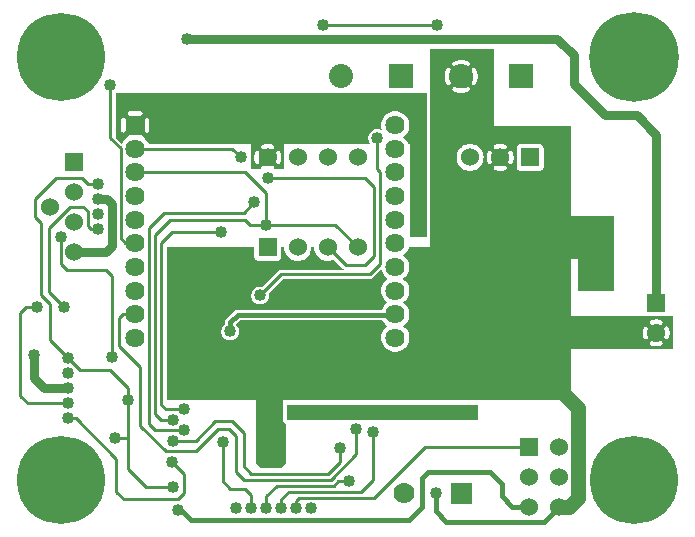
<source format=gbr>
G04 start of page 3 for group 1 idx 1 *
G04 Title: (unknown), solder *
G04 Creator: pcb 20110918 *
G04 CreationDate: Thu 28 Mar 2013 11:01:16 PM GMT UTC *
G04 For: railfan *
G04 Format: Gerber/RS-274X *
G04 PCB-Dimensions: 225000 175000 *
G04 PCB-Coordinate-Origin: lower left *
%MOIN*%
%FSLAX25Y25*%
%LNBOTTOM*%
%ADD65C,0.0370*%
%ADD64C,0.0240*%
%ADD63C,0.0530*%
%ADD62C,0.0480*%
%ADD61C,0.0380*%
%ADD60C,0.0280*%
%ADD59C,0.0320*%
%ADD58C,0.1285*%
%ADD57C,0.0200*%
%ADD56C,0.0700*%
%ADD55C,0.0400*%
%ADD54C,0.0800*%
%ADD53C,0.2987*%
%ADD52C,0.0640*%
%ADD51C,0.0600*%
%ADD50C,0.2937*%
%ADD49C,0.0500*%
%ADD48C,0.0300*%
%ADD47C,0.0150*%
%ADD46C,0.0100*%
%ADD45C,0.0001*%
G54D45*G36*
X154993Y160500D02*X161500D01*
Y128500D01*
X155585D01*
X155549Y128522D01*
X154993Y128752D01*
Y148645D01*
X155078Y148681D01*
X155179Y148743D01*
X155269Y148819D01*
X155345Y148909D01*
X155405Y149011D01*
X155622Y149480D01*
X155789Y149969D01*
X155909Y150472D01*
X155982Y150984D01*
X156006Y151500D01*
X155982Y152016D01*
X155909Y152528D01*
X155789Y153031D01*
X155622Y153520D01*
X155410Y153992D01*
X155349Y154093D01*
X155272Y154184D01*
X155182Y154261D01*
X155080Y154323D01*
X154993Y154360D01*
Y160500D01*
G37*
G36*
X150502D02*X154993D01*
Y154360D01*
X154971Y154369D01*
X154855Y154397D01*
X154737Y154406D01*
X154619Y154397D01*
X154503Y154370D01*
X154393Y154324D01*
X154292Y154262D01*
X154202Y154186D01*
X154124Y154095D01*
X154062Y153994D01*
X154016Y153885D01*
X153989Y153769D01*
X153979Y153651D01*
X153988Y153532D01*
X154016Y153417D01*
X154063Y153308D01*
X154221Y152968D01*
X154342Y152612D01*
X154430Y152247D01*
X154482Y151875D01*
X154500Y151500D01*
X154482Y151125D01*
X154430Y150753D01*
X154342Y150388D01*
X154221Y150032D01*
X154067Y149690D01*
X154020Y149582D01*
X153993Y149467D01*
X153983Y149349D01*
X153993Y149232D01*
X154021Y149117D01*
X154066Y149008D01*
X154128Y148907D01*
X154205Y148818D01*
X154295Y148741D01*
X154395Y148680D01*
X154504Y148635D01*
X154619Y148607D01*
X154737Y148598D01*
X154855Y148608D01*
X154969Y148635D01*
X154993Y148645D01*
Y128752D01*
X154895Y128793D01*
X154206Y128958D01*
X153500Y129014D01*
X152794Y128958D01*
X152105Y128793D01*
X151451Y128522D01*
X151415Y128500D01*
X150502D01*
Y145994D01*
X151016Y146018D01*
X151528Y146091D01*
X152031Y146211D01*
X152520Y146378D01*
X152992Y146590D01*
X153093Y146651D01*
X153184Y146728D01*
X153261Y146818D01*
X153323Y146920D01*
X153369Y147029D01*
X153397Y147145D01*
X153406Y147263D01*
X153397Y147381D01*
X153370Y147497D01*
X153324Y147607D01*
X153262Y147708D01*
X153186Y147798D01*
X153095Y147876D01*
X152994Y147938D01*
X152885Y147984D01*
X152769Y148011D01*
X152651Y148021D01*
X152532Y148012D01*
X152417Y147984D01*
X152308Y147937D01*
X151968Y147779D01*
X151612Y147658D01*
X151247Y147570D01*
X150875Y147518D01*
X150502Y147500D01*
Y155500D01*
X150875Y155482D01*
X151247Y155430D01*
X151612Y155342D01*
X151968Y155221D01*
X152310Y155067D01*
X152418Y155020D01*
X152533Y154993D01*
X152651Y154983D01*
X152768Y154993D01*
X152883Y155021D01*
X152992Y155066D01*
X153093Y155128D01*
X153182Y155205D01*
X153259Y155295D01*
X153320Y155395D01*
X153365Y155504D01*
X153393Y155619D01*
X153402Y155737D01*
X153392Y155855D01*
X153365Y155969D01*
X153319Y156078D01*
X153257Y156179D01*
X153181Y156269D01*
X153091Y156345D01*
X152989Y156405D01*
X152520Y156622D01*
X152031Y156789D01*
X151528Y156909D01*
X151016Y156982D01*
X150502Y157006D01*
Y160500D01*
G37*
G36*
X146007D02*X150502D01*
Y157006D01*
X150500Y157006D01*
X149984Y156982D01*
X149472Y156909D01*
X148969Y156789D01*
X148480Y156622D01*
X148008Y156410D01*
X147907Y156349D01*
X147816Y156272D01*
X147739Y156182D01*
X147677Y156080D01*
X147631Y155971D01*
X147603Y155855D01*
X147594Y155737D01*
X147603Y155619D01*
X147630Y155503D01*
X147676Y155393D01*
X147738Y155292D01*
X147814Y155202D01*
X147905Y155124D01*
X148006Y155062D01*
X148115Y155016D01*
X148231Y154989D01*
X148349Y154979D01*
X148468Y154988D01*
X148583Y155016D01*
X148692Y155063D01*
X149032Y155221D01*
X149388Y155342D01*
X149753Y155430D01*
X150125Y155482D01*
X150500Y155500D01*
X150502Y155500D01*
Y147500D01*
X150500Y147500D01*
X150125Y147518D01*
X149753Y147570D01*
X149388Y147658D01*
X149032Y147779D01*
X148690Y147933D01*
X148582Y147980D01*
X148467Y148007D01*
X148349Y148017D01*
X148232Y148007D01*
X148117Y147979D01*
X148008Y147934D01*
X147907Y147872D01*
X147818Y147795D01*
X147741Y147705D01*
X147680Y147605D01*
X147635Y147496D01*
X147607Y147381D01*
X147598Y147263D01*
X147608Y147145D01*
X147635Y147031D01*
X147681Y146922D01*
X147743Y146821D01*
X147819Y146731D01*
X147909Y146655D01*
X148011Y146595D01*
X148480Y146378D01*
X148969Y146211D01*
X149472Y146091D01*
X149984Y146018D01*
X150500Y145994D01*
X150502Y145994D01*
Y128500D01*
X146007D01*
Y148640D01*
X146029Y148631D01*
X146145Y148603D01*
X146263Y148594D01*
X146381Y148603D01*
X146497Y148630D01*
X146607Y148676D01*
X146708Y148738D01*
X146798Y148814D01*
X146876Y148905D01*
X146938Y149006D01*
X146984Y149115D01*
X147011Y149231D01*
X147021Y149349D01*
X147012Y149468D01*
X146984Y149583D01*
X146937Y149692D01*
X146779Y150032D01*
X146658Y150388D01*
X146570Y150753D01*
X146518Y151125D01*
X146500Y151500D01*
X146518Y151875D01*
X146570Y152247D01*
X146658Y152612D01*
X146779Y152968D01*
X146933Y153310D01*
X146980Y153418D01*
X147007Y153533D01*
X147017Y153651D01*
X147007Y153768D01*
X146979Y153883D01*
X146934Y153992D01*
X146872Y154093D01*
X146795Y154182D01*
X146705Y154259D01*
X146605Y154320D01*
X146496Y154365D01*
X146381Y154393D01*
X146263Y154402D01*
X146145Y154392D01*
X146031Y154365D01*
X146007Y154355D01*
Y160500D01*
G37*
G36*
X140000Y128500D02*Y160500D01*
X146007D01*
Y154355D01*
X145922Y154319D01*
X145821Y154257D01*
X145731Y154181D01*
X145655Y154091D01*
X145595Y153989D01*
X145378Y153520D01*
X145211Y153031D01*
X145091Y152528D01*
X145018Y152016D01*
X144994Y151500D01*
X145018Y150984D01*
X145091Y150472D01*
X145211Y149969D01*
X145378Y149480D01*
X145590Y149008D01*
X145651Y148907D01*
X145728Y148816D01*
X145818Y148739D01*
X145920Y148677D01*
X146007Y148640D01*
Y128500D01*
X140000D01*
G37*
G36*
X82000Y129000D02*X46300D01*
X46087Y129514D01*
X45836Y129923D01*
Y132796D01*
X45954Y132805D01*
X46068Y132833D01*
X46178Y132878D01*
X46278Y132939D01*
X46368Y133016D01*
X46445Y133106D01*
X46506Y133206D01*
X46551Y133316D01*
X46579Y133430D01*
X46586Y133548D01*
Y136948D01*
X46579Y137066D01*
X46551Y137180D01*
X46506Y137290D01*
X46445Y137390D01*
X46368Y137480D01*
X46278Y137557D01*
X46178Y137618D01*
X46068Y137663D01*
X45954Y137691D01*
X45836Y137700D01*
Y146000D01*
X82000D01*
Y129000D01*
G37*
G36*
X45836Y129923D02*X45700Y130145D01*
X45220Y130708D01*
X44657Y131188D01*
X44331Y131388D01*
X44329Y131416D01*
X44301Y131530D01*
X44256Y131640D01*
X44195Y131740D01*
X44118Y131830D01*
X44028Y131907D01*
X43928Y131968D01*
X43818Y132013D01*
X43704Y132041D01*
X43586Y132048D01*
X42401D01*
X41886Y132088D01*
Y138448D01*
X43586D01*
X43704Y138455D01*
X43818Y138483D01*
X43928Y138528D01*
X44028Y138589D01*
X44118Y138666D01*
X44195Y138756D01*
X44256Y138856D01*
X44301Y138966D01*
X44329Y139080D01*
X44338Y139198D01*
X44329Y139316D01*
X44301Y139430D01*
X44256Y139540D01*
X44195Y139640D01*
X44118Y139730D01*
X44028Y139807D01*
X43928Y139868D01*
X43818Y139913D01*
X43704Y139941D01*
X43586Y139948D01*
X41886D01*
Y146000D01*
X45836D01*
Y137700D01*
X45718Y137691D01*
X45604Y137663D01*
X45494Y137618D01*
X45394Y137557D01*
X45304Y137480D01*
X45227Y137390D01*
X45166Y137290D01*
X45121Y137180D01*
X45093Y137066D01*
X45086Y136948D01*
Y133548D01*
X45093Y133430D01*
X45121Y133316D01*
X45166Y133206D01*
X45227Y133106D01*
X45304Y133016D01*
X45394Y132939D01*
X45494Y132878D01*
X45604Y132833D01*
X45718Y132805D01*
X45836Y132796D01*
Y129923D01*
G37*
G36*
X41886Y132088D02*X41886D01*
X41371Y132048D01*
X40186D01*
X40068Y132041D01*
X39954Y132013D01*
X39844Y131968D01*
X39744Y131907D01*
X39654Y131830D01*
X39577Y131740D01*
X39516Y131640D01*
X39471Y131530D01*
X39443Y131416D01*
X39441Y131388D01*
X39115Y131188D01*
X38552Y130708D01*
X38072Y130145D01*
X37936Y129923D01*
Y132796D01*
X38054Y132805D01*
X38168Y132833D01*
X38278Y132878D01*
X38378Y132939D01*
X38468Y133016D01*
X38545Y133106D01*
X38606Y133206D01*
X38651Y133316D01*
X38679Y133430D01*
X38686Y133548D01*
Y136948D01*
X38679Y137066D01*
X38651Y137180D01*
X38606Y137290D01*
X38545Y137390D01*
X38468Y137480D01*
X38378Y137557D01*
X38278Y137618D01*
X38168Y137663D01*
X38054Y137691D01*
X37936Y137700D01*
Y146000D01*
X41886D01*
Y139948D01*
X40186D01*
X40068Y139941D01*
X39954Y139913D01*
X39844Y139868D01*
X39744Y139807D01*
X39654Y139730D01*
X39577Y139640D01*
X39516Y139540D01*
X39471Y139430D01*
X39443Y139316D01*
X39434Y139198D01*
X39443Y139080D01*
X39471Y138966D01*
X39516Y138856D01*
X39577Y138756D01*
X39654Y138666D01*
X39744Y138589D01*
X39844Y138528D01*
X39954Y138483D01*
X40068Y138455D01*
X40186Y138448D01*
X41886D01*
Y132088D01*
G37*
G36*
X37936Y129923D02*X37685Y129514D01*
X37516Y129105D01*
X35500Y131121D01*
Y146000D01*
X37936D01*
Y137700D01*
X37818Y137691D01*
X37704Y137663D01*
X37594Y137618D01*
X37494Y137557D01*
X37404Y137480D01*
X37327Y137390D01*
X37266Y137290D01*
X37221Y137180D01*
X37193Y137066D01*
X37186Y136948D01*
Y133548D01*
X37193Y133430D01*
X37221Y133316D01*
X37266Y133206D01*
X37327Y133106D01*
X37404Y133016D01*
X37494Y132939D01*
X37594Y132878D01*
X37704Y132833D01*
X37818Y132805D01*
X37936Y132796D01*
Y129923D01*
G37*
G36*
X82500Y129000D02*Y146000D01*
X110284D01*
X110500Y145983D01*
X110716Y146000D01*
X139000D01*
Y133237D01*
X138769Y133435D01*
X138366Y133681D01*
X137930Y133862D01*
X137471Y133972D01*
X137000Y134009D01*
X136529Y133972D01*
X136070Y133862D01*
X135634Y133681D01*
X135231Y133435D01*
X134872Y133128D01*
X134565Y132769D01*
X134319Y132366D01*
X134138Y131930D01*
X134028Y131471D01*
X133991Y131000D01*
X134028Y130529D01*
X134138Y130070D01*
X134319Y129634D01*
X134565Y129231D01*
X134763Y129000D01*
X132914D01*
X132701Y129514D01*
X132314Y130145D01*
X131834Y130708D01*
X131271Y131188D01*
X131071Y131311D01*
X131271Y131434D01*
X131834Y131914D01*
X132314Y132477D01*
X132701Y133108D01*
X132984Y133791D01*
X133156Y134510D01*
X133200Y135248D01*
X133156Y135986D01*
X132984Y136705D01*
X132701Y137388D01*
X132314Y138019D01*
X131834Y138582D01*
X131271Y139062D01*
X130640Y139449D01*
X129957Y139732D01*
X129238Y139904D01*
X128500Y139962D01*
X127762Y139904D01*
X127043Y139732D01*
X126360Y139449D01*
X125729Y139062D01*
X125166Y138582D01*
X124686Y138019D01*
X124299Y137388D01*
X124016Y136705D01*
X123844Y135986D01*
X123786Y135248D01*
X123844Y134510D01*
X124016Y133791D01*
X124128Y133521D01*
X123866Y133681D01*
X123430Y133862D01*
X122971Y133972D01*
X122500Y134009D01*
X122029Y133972D01*
X121570Y133862D01*
X121134Y133681D01*
X120731Y133435D01*
X120372Y133128D01*
X120065Y132769D01*
X119819Y132366D01*
X119638Y131930D01*
X119528Y131471D01*
X119491Y131000D01*
X119528Y130529D01*
X119638Y130070D01*
X119819Y129634D01*
X120065Y129231D01*
X120263Y129000D01*
X116176D01*
X116000Y129014D01*
X115824Y129000D01*
X106176D01*
X106000Y129014D01*
X105824Y129000D01*
X96176D01*
X96000Y129014D01*
X95824Y129000D01*
X86108D01*
X86000Y129005D01*
X85892Y129000D01*
X82500D01*
G37*
G36*
X89613Y146000D02*X91500D01*
Y124676D01*
X91486Y124500D01*
X91500Y124324D01*
Y120500D01*
X89613D01*
Y122353D01*
X89656Y122360D01*
X89768Y122397D01*
X89873Y122452D01*
X89968Y122522D01*
X90051Y122606D01*
X90119Y122702D01*
X90170Y122808D01*
X90318Y123216D01*
X90422Y123637D01*
X90484Y124067D01*
X90505Y124500D01*
X90484Y124933D01*
X90422Y125363D01*
X90318Y125784D01*
X90175Y126194D01*
X90122Y126300D01*
X90053Y126396D01*
X89970Y126481D01*
X89875Y126551D01*
X89769Y126606D01*
X89657Y126643D01*
X89613Y126651D01*
Y146000D01*
G37*
G36*
X85998D02*X89613D01*
Y126651D01*
X89540Y126663D01*
X89421Y126664D01*
X89304Y126646D01*
X89191Y126610D01*
X89085Y126557D01*
X88988Y126488D01*
X88904Y126405D01*
X88833Y126309D01*
X88779Y126204D01*
X88741Y126092D01*
X88722Y125975D01*
X88721Y125856D01*
X88739Y125739D01*
X88777Y125626D01*
X88876Y125355D01*
X88944Y125075D01*
X88986Y124789D01*
X89000Y124500D01*
X88986Y124211D01*
X88944Y123925D01*
X88876Y123645D01*
X88780Y123372D01*
X88742Y123261D01*
X88725Y123144D01*
X88725Y123026D01*
X88745Y122909D01*
X88782Y122797D01*
X88836Y122693D01*
X88906Y122598D01*
X88991Y122515D01*
X89087Y122446D01*
X89192Y122393D01*
X89305Y122357D01*
X89421Y122340D01*
X89539Y122341D01*
X89613Y122353D01*
Y120500D01*
X87950D01*
X87981Y120530D01*
X88051Y120625D01*
X88106Y120731D01*
X88143Y120843D01*
X88163Y120960D01*
X88164Y121079D01*
X88146Y121196D01*
X88110Y121309D01*
X88057Y121415D01*
X87988Y121512D01*
X87905Y121596D01*
X87809Y121667D01*
X87704Y121721D01*
X87592Y121759D01*
X87475Y121778D01*
X87356Y121779D01*
X87239Y121761D01*
X87126Y121723D01*
X86855Y121624D01*
X86575Y121556D01*
X86289Y121514D01*
X86000Y121500D01*
X85998Y121500D01*
Y127500D01*
X86000Y127500D01*
X86289Y127486D01*
X86575Y127444D01*
X86855Y127376D01*
X87128Y127280D01*
X87239Y127242D01*
X87356Y127225D01*
X87474Y127225D01*
X87591Y127245D01*
X87703Y127282D01*
X87807Y127336D01*
X87902Y127406D01*
X87985Y127491D01*
X88054Y127587D01*
X88107Y127692D01*
X88143Y127805D01*
X88160Y127921D01*
X88159Y128039D01*
X88140Y128156D01*
X88103Y128268D01*
X88048Y128373D01*
X87978Y128468D01*
X87894Y128551D01*
X87798Y128619D01*
X87692Y128670D01*
X87284Y128818D01*
X86863Y128922D01*
X86433Y128984D01*
X86000Y129005D01*
X85998Y129005D01*
Y146000D01*
G37*
G36*
X82387D02*X85998D01*
Y129005D01*
X85567Y128984D01*
X85137Y128922D01*
X84716Y128818D01*
X84306Y128675D01*
X84200Y128622D01*
X84104Y128553D01*
X84019Y128470D01*
X83949Y128375D01*
X83894Y128269D01*
X83857Y128157D01*
X83837Y128040D01*
X83836Y127921D01*
X83854Y127804D01*
X83890Y127691D01*
X83943Y127585D01*
X84012Y127488D01*
X84095Y127404D01*
X84191Y127333D01*
X84296Y127279D01*
X84408Y127241D01*
X84525Y127222D01*
X84644Y127221D01*
X84761Y127239D01*
X84874Y127277D01*
X85145Y127376D01*
X85425Y127444D01*
X85711Y127486D01*
X85998Y127500D01*
Y121500D01*
X85711Y121514D01*
X85425Y121556D01*
X85145Y121624D01*
X84872Y121720D01*
X84761Y121758D01*
X84644Y121775D01*
X84526Y121775D01*
X84409Y121755D01*
X84297Y121718D01*
X84193Y121664D01*
X84098Y121594D01*
X84015Y121509D01*
X83946Y121413D01*
X83893Y121308D01*
X83857Y121195D01*
X83840Y121079D01*
X83841Y120961D01*
X83860Y120844D01*
X83897Y120732D01*
X83952Y120627D01*
X84022Y120532D01*
X84055Y120500D01*
X82387D01*
Y122349D01*
X82460Y122337D01*
X82579Y122336D01*
X82696Y122354D01*
X82809Y122390D01*
X82915Y122443D01*
X83012Y122512D01*
X83096Y122595D01*
X83167Y122691D01*
X83221Y122796D01*
X83259Y122908D01*
X83278Y123025D01*
X83279Y123144D01*
X83261Y123261D01*
X83223Y123374D01*
X83124Y123645D01*
X83056Y123925D01*
X83014Y124211D01*
X83000Y124500D01*
X83014Y124789D01*
X83056Y125075D01*
X83124Y125355D01*
X83220Y125628D01*
X83258Y125739D01*
X83275Y125856D01*
X83275Y125974D01*
X83255Y126091D01*
X83218Y126203D01*
X83164Y126307D01*
X83094Y126402D01*
X83009Y126485D01*
X82913Y126554D01*
X82808Y126607D01*
X82695Y126643D01*
X82579Y126660D01*
X82461Y126659D01*
X82387Y126647D01*
Y146000D01*
G37*
G36*
X80500Y120500D02*Y146000D01*
X82387D01*
Y126647D01*
X82344Y126640D01*
X82232Y126603D01*
X82127Y126548D01*
X82032Y126478D01*
X81949Y126394D01*
X81881Y126298D01*
X81830Y126192D01*
X81682Y125784D01*
X81578Y125363D01*
X81516Y124933D01*
X81495Y124500D01*
X81516Y124067D01*
X81578Y123637D01*
X81682Y123216D01*
X81825Y122806D01*
X81878Y122700D01*
X81947Y122604D01*
X82030Y122519D01*
X82125Y122449D01*
X82231Y122394D01*
X82343Y122357D01*
X82387Y122349D01*
Y120500D01*
X80500D01*
G37*
G36*
X169995Y135000D02*X187000D01*
Y48450D01*
X185975Y49475D01*
X185564Y49840D01*
X185094Y50128D01*
X184585Y50339D01*
X184049Y50468D01*
X183500Y50511D01*
X182951Y50468D01*
X182415Y50339D01*
X181906Y50128D01*
X181436Y49840D01*
X181017Y49483D01*
X180660Y49064D01*
X180372Y48594D01*
X180161Y48085D01*
X180032Y47549D01*
X179989Y47000D01*
X180032Y46451D01*
X180161Y45915D01*
X180372Y45406D01*
X180660Y44936D01*
X181025Y44525D01*
X182050Y43500D01*
X169995D01*
Y80491D01*
X170000Y80491D01*
X170471Y80528D01*
X170930Y80638D01*
X171366Y80819D01*
X171769Y81065D01*
X172128Y81372D01*
X172435Y81731D01*
X172681Y82134D01*
X172862Y82570D01*
X172972Y83029D01*
X173000Y83500D01*
X172972Y83971D01*
X172862Y84430D01*
X172681Y84866D01*
X172435Y85269D01*
X172128Y85628D01*
X171985Y85750D01*
X172128Y85872D01*
X172435Y86231D01*
X172681Y86634D01*
X172862Y87070D01*
X172972Y87529D01*
X173000Y88000D01*
X172972Y88471D01*
X172862Y88930D01*
X172681Y89366D01*
X172435Y89769D01*
X172128Y90128D01*
X171985Y90250D01*
X172128Y90372D01*
X172435Y90731D01*
X172681Y91134D01*
X172862Y91570D01*
X172972Y92029D01*
X173000Y92500D01*
X172972Y92971D01*
X172862Y93430D01*
X172681Y93866D01*
X172435Y94269D01*
X172128Y94628D01*
X171985Y94750D01*
X172128Y94872D01*
X172435Y95231D01*
X172681Y95634D01*
X172862Y96070D01*
X172972Y96529D01*
X173000Y97000D01*
X172972Y97471D01*
X172862Y97930D01*
X172681Y98366D01*
X172435Y98769D01*
X172128Y99128D01*
X171769Y99435D01*
X171366Y99681D01*
X170930Y99862D01*
X170471Y99972D01*
X170000Y100009D01*
X169995Y100009D01*
Y120085D01*
X170035Y120069D01*
X170265Y120014D01*
X170500Y120000D01*
X176735Y120014D01*
X176965Y120069D01*
X177183Y120159D01*
X177384Y120283D01*
X177564Y120436D01*
X177717Y120616D01*
X177841Y120817D01*
X177931Y121035D01*
X177986Y121265D01*
X178000Y121500D01*
X177986Y127735D01*
X177931Y127965D01*
X177841Y128183D01*
X177717Y128384D01*
X177564Y128564D01*
X177384Y128717D01*
X177183Y128841D01*
X176965Y128931D01*
X176735Y128986D01*
X176500Y129000D01*
X170265Y128986D01*
X170035Y128931D01*
X169995Y128915D01*
Y135000D01*
G37*
G36*
X167113Y82674D02*X167138Y82570D01*
X167319Y82134D01*
X167565Y81731D01*
X167872Y81372D01*
X168231Y81065D01*
X168634Y80819D01*
X169070Y80638D01*
X169529Y80528D01*
X169995Y80491D01*
Y43500D01*
X167113D01*
Y82674D01*
G37*
G36*
Y87174D02*X167138Y87070D01*
X167319Y86634D01*
X167565Y86231D01*
X167872Y85872D01*
X168015Y85750D01*
X167872Y85628D01*
X167565Y85269D01*
X167319Y84866D01*
X167138Y84430D01*
X167113Y84326D01*
Y87174D01*
G37*
G36*
Y91674D02*X167138Y91570D01*
X167319Y91134D01*
X167565Y90731D01*
X167872Y90372D01*
X168015Y90250D01*
X167872Y90128D01*
X167565Y89769D01*
X167319Y89366D01*
X167138Y88930D01*
X167113Y88826D01*
Y91674D01*
G37*
G36*
Y96174D02*X167138Y96070D01*
X167319Y95634D01*
X167565Y95231D01*
X167872Y94872D01*
X168015Y94750D01*
X167872Y94628D01*
X167565Y94269D01*
X167319Y93866D01*
X167138Y93430D01*
X167113Y93326D01*
Y96174D01*
G37*
G36*
Y135000D02*X169995D01*
Y128915D01*
X169817Y128841D01*
X169616Y128717D01*
X169436Y128564D01*
X169283Y128384D01*
X169159Y128183D01*
X169069Y127965D01*
X169014Y127735D01*
X169000Y127500D01*
X169014Y121265D01*
X169069Y121035D01*
X169159Y120817D01*
X169283Y120616D01*
X169436Y120436D01*
X169616Y120283D01*
X169817Y120159D01*
X169995Y120085D01*
Y100009D01*
X169529Y99972D01*
X169070Y99862D01*
X168634Y99681D01*
X168231Y99435D01*
X167872Y99128D01*
X167565Y98769D01*
X167319Y98366D01*
X167138Y97930D01*
X167113Y97826D01*
Y122353D01*
X167156Y122360D01*
X167268Y122397D01*
X167373Y122452D01*
X167468Y122522D01*
X167551Y122606D01*
X167619Y122702D01*
X167670Y122808D01*
X167818Y123216D01*
X167922Y123637D01*
X167984Y124067D01*
X168005Y124500D01*
X167984Y124933D01*
X167922Y125363D01*
X167818Y125784D01*
X167675Y126194D01*
X167622Y126300D01*
X167553Y126396D01*
X167470Y126481D01*
X167375Y126551D01*
X167269Y126606D01*
X167157Y126643D01*
X167113Y126651D01*
Y135000D01*
G37*
G36*
X163502D02*X167113D01*
Y126651D01*
X167040Y126663D01*
X166921Y126664D01*
X166804Y126646D01*
X166691Y126610D01*
X166585Y126557D01*
X166488Y126488D01*
X166404Y126405D01*
X166333Y126309D01*
X166279Y126204D01*
X166241Y126092D01*
X166222Y125975D01*
X166221Y125856D01*
X166239Y125739D01*
X166277Y125626D01*
X166376Y125355D01*
X166444Y125075D01*
X166486Y124789D01*
X166500Y124500D01*
X166486Y124211D01*
X166444Y123925D01*
X166376Y123645D01*
X166280Y123372D01*
X166242Y123261D01*
X166225Y123144D01*
X166225Y123026D01*
X166245Y122909D01*
X166282Y122797D01*
X166336Y122693D01*
X166406Y122598D01*
X166491Y122515D01*
X166587Y122446D01*
X166692Y122393D01*
X166805Y122357D01*
X166921Y122340D01*
X167039Y122341D01*
X167113Y122353D01*
Y97826D01*
X167028Y97471D01*
X166991Y97000D01*
X167028Y96529D01*
X167113Y96174D01*
Y93326D01*
X167028Y92971D01*
X166991Y92500D01*
X167028Y92029D01*
X167113Y91674D01*
Y88826D01*
X167028Y88471D01*
X166991Y88000D01*
X167028Y87529D01*
X167113Y87174D01*
Y84326D01*
X167028Y83971D01*
X166991Y83500D01*
X167028Y83029D01*
X167113Y82674D01*
Y43500D01*
X163502D01*
Y119995D01*
X163933Y120016D01*
X164363Y120078D01*
X164784Y120182D01*
X165194Y120325D01*
X165300Y120378D01*
X165396Y120447D01*
X165481Y120530D01*
X165551Y120625D01*
X165606Y120731D01*
X165643Y120843D01*
X165663Y120960D01*
X165664Y121079D01*
X165646Y121196D01*
X165610Y121309D01*
X165557Y121415D01*
X165488Y121512D01*
X165405Y121596D01*
X165309Y121667D01*
X165204Y121721D01*
X165092Y121759D01*
X164975Y121778D01*
X164856Y121779D01*
X164739Y121761D01*
X164626Y121723D01*
X164355Y121624D01*
X164075Y121556D01*
X163789Y121514D01*
X163502Y121500D01*
Y127500D01*
X163789Y127486D01*
X164075Y127444D01*
X164355Y127376D01*
X164628Y127280D01*
X164739Y127242D01*
X164856Y127225D01*
X164974Y127225D01*
X165091Y127245D01*
X165203Y127282D01*
X165307Y127336D01*
X165402Y127406D01*
X165485Y127491D01*
X165554Y127587D01*
X165607Y127692D01*
X165643Y127805D01*
X165660Y127921D01*
X165659Y128039D01*
X165640Y128156D01*
X165603Y128268D01*
X165548Y128373D01*
X165478Y128468D01*
X165394Y128551D01*
X165298Y128619D01*
X165192Y128670D01*
X164784Y128818D01*
X164363Y128922D01*
X163933Y128984D01*
X163502Y129005D01*
Y135000D01*
G37*
G36*
X159887D02*X163502D01*
Y129005D01*
X163500Y129005D01*
X163067Y128984D01*
X162637Y128922D01*
X162216Y128818D01*
X161806Y128675D01*
X161700Y128622D01*
X161604Y128553D01*
X161519Y128470D01*
X161449Y128375D01*
X161394Y128269D01*
X161357Y128157D01*
X161337Y128040D01*
X161336Y127921D01*
X161354Y127804D01*
X161390Y127691D01*
X161443Y127585D01*
X161512Y127488D01*
X161595Y127404D01*
X161691Y127333D01*
X161796Y127279D01*
X161908Y127241D01*
X162025Y127222D01*
X162144Y127221D01*
X162261Y127239D01*
X162374Y127277D01*
X162645Y127376D01*
X162925Y127444D01*
X163211Y127486D01*
X163500Y127500D01*
X163502Y127500D01*
Y121500D01*
X163500Y121500D01*
X163211Y121514D01*
X162925Y121556D01*
X162645Y121624D01*
X162372Y121720D01*
X162261Y121758D01*
X162144Y121775D01*
X162026Y121775D01*
X161909Y121755D01*
X161797Y121718D01*
X161693Y121664D01*
X161598Y121594D01*
X161515Y121509D01*
X161446Y121413D01*
X161393Y121308D01*
X161357Y121195D01*
X161340Y121079D01*
X161341Y120961D01*
X161360Y120844D01*
X161397Y120732D01*
X161452Y120627D01*
X161522Y120532D01*
X161606Y120449D01*
X161702Y120381D01*
X161808Y120330D01*
X162216Y120182D01*
X162637Y120078D01*
X163067Y120016D01*
X163500Y119995D01*
X163502Y119995D01*
Y43500D01*
X159887D01*
Y122349D01*
X159960Y122337D01*
X160079Y122336D01*
X160196Y122354D01*
X160309Y122390D01*
X160415Y122443D01*
X160512Y122512D01*
X160596Y122595D01*
X160667Y122691D01*
X160721Y122796D01*
X160759Y122908D01*
X160778Y123025D01*
X160779Y123144D01*
X160761Y123261D01*
X160723Y123374D01*
X160624Y123645D01*
X160556Y123925D01*
X160514Y124211D01*
X160500Y124500D01*
X160514Y124789D01*
X160556Y125075D01*
X160624Y125355D01*
X160720Y125628D01*
X160758Y125739D01*
X160775Y125856D01*
X160775Y125974D01*
X160755Y126091D01*
X160718Y126203D01*
X160664Y126307D01*
X160594Y126402D01*
X160509Y126485D01*
X160413Y126554D01*
X160308Y126607D01*
X160195Y126643D01*
X160079Y126660D01*
X159961Y126659D01*
X159887Y126647D01*
Y135000D01*
G37*
G36*
X150745D02*X159887D01*
Y126647D01*
X159844Y126640D01*
X159732Y126603D01*
X159627Y126548D01*
X159532Y126478D01*
X159449Y126394D01*
X159381Y126298D01*
X159330Y126192D01*
X159182Y125784D01*
X159078Y125363D01*
X159016Y124933D01*
X158995Y124500D01*
X159016Y124067D01*
X159078Y123637D01*
X159182Y123216D01*
X159325Y122806D01*
X159378Y122700D01*
X159447Y122604D01*
X159530Y122519D01*
X159625Y122449D01*
X159731Y122394D01*
X159843Y122357D01*
X159887Y122349D01*
Y43500D01*
X150745D01*
Y76010D01*
X150750Y76015D01*
X150872Y75872D01*
X151231Y75565D01*
X151634Y75319D01*
X152070Y75138D01*
X152529Y75028D01*
X153000Y74991D01*
X153471Y75028D01*
X153930Y75138D01*
X154366Y75319D01*
X154769Y75565D01*
X155128Y75872D01*
X155435Y76231D01*
X155681Y76634D01*
X155862Y77070D01*
X155972Y77529D01*
X156000Y78000D01*
X155972Y78471D01*
X155862Y78930D01*
X155681Y79366D01*
X155435Y79769D01*
X155128Y80128D01*
X154769Y80435D01*
X154366Y80681D01*
X153930Y80862D01*
X153471Y80972D01*
X153000Y81009D01*
X152529Y80972D01*
X152070Y80862D01*
X151634Y80681D01*
X151231Y80435D01*
X150872Y80128D01*
X150750Y79985D01*
X150745Y79990D01*
Y120935D01*
X150847Y120848D01*
X151451Y120478D01*
X152105Y120207D01*
X152794Y120042D01*
X153500Y119986D01*
X154206Y120042D01*
X154895Y120207D01*
X155549Y120478D01*
X156153Y120848D01*
X156692Y121308D01*
X157152Y121847D01*
X157522Y122451D01*
X157793Y123105D01*
X157958Y123794D01*
X158000Y124500D01*
X157958Y125206D01*
X157793Y125895D01*
X157522Y126549D01*
X157152Y127153D01*
X156692Y127692D01*
X156153Y128152D01*
X155549Y128522D01*
X154895Y128793D01*
X154206Y128958D01*
X153500Y129014D01*
X152794Y128958D01*
X152105Y128793D01*
X151451Y128522D01*
X150847Y128152D01*
X150745Y128065D01*
Y135000D01*
G37*
G36*
X140000D02*X150745D01*
Y128065D01*
X150308Y127692D01*
X149848Y127153D01*
X149478Y126549D01*
X149207Y125895D01*
X149042Y125206D01*
X148986Y124500D01*
X149042Y123794D01*
X149207Y123105D01*
X149478Y122451D01*
X149848Y121847D01*
X150308Y121308D01*
X150745Y120935D01*
Y79990D01*
X150628Y80128D01*
X150269Y80435D01*
X149866Y80681D01*
X149430Y80862D01*
X148971Y80972D01*
X148500Y81009D01*
X148029Y80972D01*
X147570Y80862D01*
X147134Y80681D01*
X146731Y80435D01*
X146372Y80128D01*
X146065Y79769D01*
X145819Y79366D01*
X145638Y78930D01*
X145528Y78471D01*
X145491Y78000D01*
X145528Y77529D01*
X145638Y77070D01*
X145819Y76634D01*
X146065Y76231D01*
X146372Y75872D01*
X146731Y75565D01*
X147134Y75319D01*
X147570Y75138D01*
X148029Y75028D01*
X148500Y74991D01*
X148971Y75028D01*
X149430Y75138D01*
X149866Y75319D01*
X150269Y75565D01*
X150628Y75872D01*
X150745Y76010D01*
Y43500D01*
X140000D01*
Y135000D01*
G37*
G36*
X166500Y101000D02*X173500D01*
Y80000D01*
X166500D01*
Y101000D01*
G37*
G36*
X140000Y82000D02*X158000D01*
Y74000D01*
X140000D01*
Y82000D01*
G37*
G36*
Y43500D02*Y53500D01*
X150000D01*
Y43500D01*
X140000D01*
G37*
G36*
X133500Y98000D02*Y146000D01*
X139000D01*
Y98000D01*
X133500D01*
G37*
G36*
X201500Y90500D02*X182500D01*
Y105000D01*
X201500D01*
Y90500D01*
G37*
G36*
X221000Y71500D02*Y60500D01*
X219113D01*
Y63853D01*
X219156Y63860D01*
X219268Y63897D01*
X219373Y63952D01*
X219468Y64022D01*
X219551Y64106D01*
X219619Y64202D01*
X219670Y64308D01*
X219818Y64716D01*
X219922Y65137D01*
X219984Y65567D01*
X220005Y66000D01*
X219984Y66433D01*
X219922Y66863D01*
X219818Y67284D01*
X219675Y67694D01*
X219622Y67800D01*
X219553Y67896D01*
X219470Y67981D01*
X219375Y68051D01*
X219269Y68106D01*
X219157Y68143D01*
X219113Y68151D01*
Y71500D01*
X221000D01*
G37*
G36*
X219113Y60500D02*X215502D01*
Y61495D01*
X215933Y61516D01*
X216363Y61578D01*
X216784Y61682D01*
X217194Y61825D01*
X217300Y61878D01*
X217396Y61947D01*
X217481Y62030D01*
X217551Y62125D01*
X217606Y62231D01*
X217643Y62343D01*
X217663Y62460D01*
X217664Y62579D01*
X217646Y62696D01*
X217610Y62809D01*
X217557Y62915D01*
X217488Y63012D01*
X217405Y63096D01*
X217309Y63167D01*
X217204Y63221D01*
X217092Y63259D01*
X216975Y63278D01*
X216856Y63279D01*
X216739Y63261D01*
X216626Y63223D01*
X216355Y63124D01*
X216075Y63056D01*
X215789Y63014D01*
X215502Y63000D01*
Y69000D01*
X215789Y68986D01*
X216075Y68944D01*
X216355Y68876D01*
X216628Y68780D01*
X216739Y68742D01*
X216856Y68725D01*
X216974Y68725D01*
X217091Y68745D01*
X217203Y68782D01*
X217307Y68836D01*
X217402Y68906D01*
X217485Y68991D01*
X217554Y69087D01*
X217607Y69192D01*
X217643Y69305D01*
X217660Y69421D01*
X217659Y69539D01*
X217640Y69656D01*
X217603Y69768D01*
X217548Y69873D01*
X217478Y69968D01*
X217394Y70051D01*
X217298Y70119D01*
X217192Y70170D01*
X216784Y70318D01*
X216363Y70422D01*
X215933Y70484D01*
X215502Y70505D01*
Y71500D01*
X219113D01*
Y68151D01*
X219040Y68163D01*
X218921Y68164D01*
X218804Y68146D01*
X218691Y68110D01*
X218585Y68057D01*
X218488Y67988D01*
X218404Y67905D01*
X218333Y67809D01*
X218279Y67704D01*
X218241Y67592D01*
X218222Y67475D01*
X218221Y67356D01*
X218239Y67239D01*
X218277Y67126D01*
X218376Y66855D01*
X218444Y66575D01*
X218486Y66289D01*
X218500Y66000D01*
X218486Y65711D01*
X218444Y65425D01*
X218376Y65145D01*
X218280Y64872D01*
X218242Y64761D01*
X218225Y64644D01*
X218225Y64526D01*
X218245Y64409D01*
X218282Y64297D01*
X218336Y64193D01*
X218406Y64098D01*
X218491Y64015D01*
X218587Y63946D01*
X218692Y63893D01*
X218805Y63857D01*
X218921Y63840D01*
X219039Y63841D01*
X219113Y63853D01*
Y60500D01*
G37*
G36*
X215502D02*X211887D01*
Y63849D01*
X211960Y63837D01*
X212079Y63836D01*
X212196Y63854D01*
X212309Y63890D01*
X212415Y63943D01*
X212512Y64012D01*
X212596Y64095D01*
X212667Y64191D01*
X212721Y64296D01*
X212759Y64408D01*
X212778Y64525D01*
X212779Y64644D01*
X212761Y64761D01*
X212723Y64874D01*
X212624Y65145D01*
X212556Y65425D01*
X212514Y65711D01*
X212500Y66000D01*
X212514Y66289D01*
X212556Y66575D01*
X212624Y66855D01*
X212720Y67128D01*
X212758Y67239D01*
X212775Y67356D01*
X212775Y67474D01*
X212755Y67591D01*
X212718Y67703D01*
X212664Y67807D01*
X212594Y67902D01*
X212509Y67985D01*
X212413Y68054D01*
X212308Y68107D01*
X212195Y68143D01*
X212079Y68160D01*
X211961Y68159D01*
X211887Y68147D01*
Y71500D01*
X215502D01*
Y70505D01*
X215500Y70505D01*
X215067Y70484D01*
X214637Y70422D01*
X214216Y70318D01*
X213806Y70175D01*
X213700Y70122D01*
X213604Y70053D01*
X213519Y69970D01*
X213449Y69875D01*
X213394Y69769D01*
X213357Y69657D01*
X213337Y69540D01*
X213336Y69421D01*
X213354Y69304D01*
X213390Y69191D01*
X213443Y69085D01*
X213512Y68988D01*
X213595Y68904D01*
X213691Y68833D01*
X213796Y68779D01*
X213908Y68741D01*
X214025Y68722D01*
X214144Y68721D01*
X214261Y68739D01*
X214374Y68777D01*
X214645Y68876D01*
X214925Y68944D01*
X215211Y68986D01*
X215500Y69000D01*
X215502Y69000D01*
Y63000D01*
X215500Y63000D01*
X215211Y63014D01*
X214925Y63056D01*
X214645Y63124D01*
X214372Y63220D01*
X214261Y63258D01*
X214144Y63275D01*
X214026Y63275D01*
X213909Y63255D01*
X213797Y63218D01*
X213693Y63164D01*
X213598Y63094D01*
X213515Y63009D01*
X213446Y62913D01*
X213393Y62808D01*
X213357Y62695D01*
X213340Y62579D01*
X213341Y62461D01*
X213360Y62344D01*
X213397Y62232D01*
X213452Y62127D01*
X213522Y62032D01*
X213606Y61949D01*
X213702Y61881D01*
X213808Y61830D01*
X214216Y61682D01*
X214637Y61578D01*
X215067Y61516D01*
X215500Y61495D01*
X215502Y61495D01*
Y60500D01*
G37*
G36*
X211887D02*X182500D01*
Y71500D01*
X211887D01*
Y68147D01*
X211844Y68140D01*
X211732Y68103D01*
X211627Y68048D01*
X211532Y67978D01*
X211449Y67894D01*
X211381Y67798D01*
X211330Y67692D01*
X211182Y67284D01*
X211078Y66863D01*
X211016Y66433D01*
X210995Y66000D01*
X211016Y65567D01*
X211078Y65137D01*
X211182Y64716D01*
X211325Y64306D01*
X211378Y64200D01*
X211447Y64104D01*
X211530Y64019D01*
X211625Y63949D01*
X211731Y63894D01*
X211843Y63857D01*
X211887Y63849D01*
Y60500D01*
G37*
G36*
X187000Y43500D02*X177000D01*
Y53500D01*
X187000D01*
Y43500D01*
G37*
G36*
X189500Y80000D02*Y96000D01*
X201500D01*
Y80000D01*
X189500D01*
G37*
G36*
X147000Y43500D02*X52500D01*
Y59500D01*
X147000D01*
Y43500D01*
G37*
G36*
X76069Y73750D02*X76000Y73755D01*
X75725Y73734D01*
X75458Y73669D01*
X75203Y73564D01*
X74968Y73420D01*
X74968Y73420D01*
X74759Y73241D01*
X74714Y73189D01*
X72311Y70786D01*
X72259Y70741D01*
X72080Y70532D01*
X71936Y70297D01*
X71831Y70042D01*
X71766Y69775D01*
X71766Y69774D01*
X71745Y69500D01*
X71750Y69432D01*
Y68946D01*
X71731Y68935D01*
X71372Y68628D01*
X71065Y68269D01*
X70819Y67866D01*
X70638Y67430D01*
X70528Y66971D01*
X70491Y66500D01*
X70528Y66029D01*
X70638Y65570D01*
X70819Y65134D01*
X71065Y64731D01*
X71372Y64372D01*
X71731Y64065D01*
X72134Y63819D01*
X72570Y63638D01*
X73029Y63528D01*
X73500Y63491D01*
X73971Y63528D01*
X74430Y63638D01*
X74866Y63819D01*
X75269Y64065D01*
X75628Y64372D01*
X75935Y64731D01*
X76181Y65134D01*
X76362Y65570D01*
X76472Y66029D01*
X76500Y66500D01*
X76472Y66971D01*
X76362Y67430D01*
X76181Y67866D01*
X75935Y68269D01*
X75628Y68628D01*
X75345Y68870D01*
X76725Y70250D01*
X124244D01*
X124299Y70116D01*
X124686Y69485D01*
X125166Y68922D01*
X125729Y68442D01*
X125929Y68319D01*
X125729Y68196D01*
X125166Y67716D01*
X124686Y67153D01*
X124299Y66522D01*
X124016Y65839D01*
X123844Y65120D01*
X123786Y64382D01*
X123844Y63644D01*
X124016Y62925D01*
X124299Y62242D01*
X124686Y61611D01*
X125166Y61048D01*
X125729Y60568D01*
X126360Y60181D01*
X127043Y59898D01*
X127762Y59726D01*
X128500Y59668D01*
X129238Y59726D01*
X129957Y59898D01*
X130640Y60181D01*
X131271Y60568D01*
X131834Y61048D01*
X132314Y61611D01*
X132701Y62242D01*
X132984Y62925D01*
X133156Y63644D01*
X133200Y64382D01*
X133156Y65120D01*
X132984Y65839D01*
X132701Y66522D01*
X132314Y67153D01*
X131834Y67716D01*
X131271Y68196D01*
X131071Y68319D01*
X131271Y68442D01*
X131834Y68922D01*
X132314Y69485D01*
X132701Y70116D01*
X132984Y70799D01*
X133156Y71518D01*
X133200Y72256D01*
X133156Y72994D01*
X132984Y73713D01*
X132701Y74396D01*
X132314Y75027D01*
X131834Y75590D01*
X131271Y76070D01*
X131071Y76193D01*
X131271Y76316D01*
X131834Y76796D01*
X132314Y77359D01*
X132701Y77990D01*
X132984Y78673D01*
X133156Y79392D01*
X133200Y80130D01*
X133156Y80868D01*
X132984Y81587D01*
X132701Y82270D01*
X132314Y82901D01*
X131834Y83464D01*
X131271Y83944D01*
X131071Y84067D01*
X131271Y84190D01*
X131834Y84670D01*
X132314Y85233D01*
X132701Y85864D01*
X132984Y86547D01*
X133156Y87266D01*
X133200Y88004D01*
X133156Y88742D01*
X132984Y89461D01*
X132701Y90144D01*
X132314Y90775D01*
X131834Y91338D01*
X131271Y91818D01*
X131071Y91941D01*
X131271Y92064D01*
X131834Y92544D01*
X132314Y93107D01*
X132701Y93738D01*
X132984Y94421D01*
X133003Y94500D01*
X143000D01*
Y57500D01*
X62500D01*
Y94500D01*
X81507D01*
X81514Y91265D01*
X81569Y91035D01*
X81659Y90817D01*
X81783Y90616D01*
X81936Y90436D01*
X82116Y90283D01*
X82317Y90159D01*
X82535Y90069D01*
X82765Y90014D01*
X83000Y90000D01*
X89235Y90014D01*
X89465Y90069D01*
X89683Y90159D01*
X89884Y90283D01*
X90064Y90436D01*
X90217Y90616D01*
X90341Y90817D01*
X90431Y91035D01*
X90486Y91265D01*
X90500Y91500D01*
X90493Y94500D01*
X91486D01*
X91542Y93794D01*
X91707Y93105D01*
X91978Y92451D01*
X92348Y91847D01*
X92808Y91308D01*
X93347Y90848D01*
X93951Y90478D01*
X94605Y90207D01*
X95294Y90042D01*
X96000Y89986D01*
X96706Y90042D01*
X97395Y90207D01*
X98049Y90478D01*
X98653Y90848D01*
X99192Y91308D01*
X99652Y91847D01*
X100022Y92451D01*
X100293Y93105D01*
X100458Y93794D01*
X100500Y94500D01*
X101486D01*
X101542Y93794D01*
X101707Y93105D01*
X101978Y92451D01*
X102348Y91847D01*
X102808Y91308D01*
X103347Y90848D01*
X103951Y90478D01*
X104605Y90207D01*
X105294Y90042D01*
X106000Y89986D01*
X106706Y90042D01*
X107395Y90207D01*
X107944Y90435D01*
X110898Y87481D01*
X110936Y87436D01*
X111115Y87283D01*
X111116Y87283D01*
X111317Y87159D01*
X111535Y87069D01*
X111765Y87014D01*
X111941Y87000D01*
X90559D01*
X90500Y87005D01*
X90265Y86986D01*
X90035Y86931D01*
X89817Y86841D01*
X89616Y86717D01*
X89615Y86717D01*
X89436Y86564D01*
X89398Y86519D01*
X84277Y81399D01*
X83971Y81472D01*
X83500Y81509D01*
X83029Y81472D01*
X82570Y81362D01*
X82134Y81181D01*
X81731Y80935D01*
X81372Y80628D01*
X81065Y80269D01*
X80819Y79866D01*
X80638Y79430D01*
X80528Y78971D01*
X80491Y78500D01*
X80528Y78029D01*
X80638Y77570D01*
X80819Y77134D01*
X81065Y76731D01*
X81372Y76372D01*
X81731Y76065D01*
X82134Y75819D01*
X82570Y75638D01*
X83029Y75528D01*
X83500Y75491D01*
X83971Y75528D01*
X84430Y75638D01*
X84866Y75819D01*
X85269Y76065D01*
X85628Y76372D01*
X85935Y76731D01*
X86181Y77134D01*
X86362Y77570D01*
X86472Y78029D01*
X86500Y78500D01*
X86472Y78971D01*
X86399Y79277D01*
X91121Y84000D01*
X119941D01*
X120000Y83995D01*
X120235Y84014D01*
X120235Y84014D01*
X120465Y84069D01*
X120683Y84159D01*
X120884Y84283D01*
X121064Y84436D01*
X121102Y84481D01*
X123852Y87231D01*
X124016Y86547D01*
X124299Y85864D01*
X124686Y85233D01*
X125166Y84670D01*
X125729Y84190D01*
X125929Y84067D01*
X125729Y83944D01*
X125166Y83464D01*
X124686Y82901D01*
X124299Y82270D01*
X124016Y81587D01*
X123844Y80868D01*
X123786Y80130D01*
X123844Y79392D01*
X124016Y78673D01*
X124299Y77990D01*
X124686Y77359D01*
X125166Y76796D01*
X125729Y76316D01*
X125929Y76193D01*
X125729Y76070D01*
X125166Y75590D01*
X124686Y75027D01*
X124299Y74396D01*
X124032Y73750D01*
X76069D01*
G37*
G36*
X90500Y21000D02*X83500D01*
X82000Y22500D01*
Y46000D01*
X91000D01*
Y36500D01*
X92000Y35500D01*
Y22500D01*
X90500Y21000D01*
G37*
G36*
X52500Y43500D02*Y94500D01*
X65500D01*
Y43500D01*
X52500D01*
G37*
G36*
X156000Y42000D02*Y37000D01*
X92500D01*
Y42000D01*
X156000D01*
G37*
G54D46*X78500Y103500D02*X80000Y102000D01*
X85500Y112500D02*Y102000D01*
X74126Y127374D02*X77000Y124500D01*
X78500Y119500D02*X85500Y112500D01*
X78000Y106000D02*X81500Y109500D01*
X112000Y88500D02*X106000Y94500D01*
X90500Y85500D02*X120000D01*
X83500Y78500D02*X90500Y85500D01*
X118500Y88500D02*X112000D01*
G54D47*X76000Y72000D02*X128244D01*
G54D46*X121500Y91500D02*X118500Y88500D01*
X121500Y114500D02*Y91500D01*
X123500Y119500D02*X122500Y120500D01*
X108500Y102000D02*X80000D01*
X86000Y117500D02*X118500D01*
X121500Y114500D01*
X41886Y119500D02*X78500D01*
X41886Y127374D02*X74126D01*
X41886Y95878D02*X38622D01*
X50500Y96000D02*X54000Y99500D01*
X70500D01*
X48500Y98500D02*X53500Y103500D01*
X78500D01*
X51500Y106000D02*X78000D01*
X38622Y95878D02*X37000Y97500D01*
Y127500D01*
X33500Y148000D02*Y131000D01*
X37000Y127500D01*
G54D48*X34000Y109000D02*Y95000D01*
G54D46*X37756Y72256D02*X41886D01*
G54D48*X32500Y110500D02*X34000Y109000D01*
X29500Y110500D02*X32500D01*
G54D46*X29500Y115500D02*X26000D01*
X24000Y117500D01*
G54D49*X189500Y11000D02*Y41000D01*
X183500Y47000D01*
X186500Y8000D02*X189500Y11000D01*
G54D46*X108500Y102000D02*X116000Y94500D01*
X123500Y89000D02*Y119500D01*
X120000Y85500D02*X123500Y89000D01*
G54D47*X128244Y72000D02*X128500Y72256D01*
G54D46*X122500Y120500D02*Y131000D01*
G54D48*X188000Y158500D02*X182500Y164000D01*
X59000D01*
G54D46*X104500Y168500D02*X142500D01*
G54D48*X198500Y138500D02*X188000Y149000D01*
Y158500D01*
X215500Y76000D02*Y132000D01*
X209000Y138500D01*
X198500D01*
G54D46*X96500Y11000D02*X121500D01*
G54D47*X137500Y8000D02*X133000Y3500D01*
G54D46*X121000Y17000D02*X117000Y13000D01*
X107000Y17000D02*X115500Y25500D01*
X110000Y27500D02*Y23000D01*
X106000Y19000D01*
X78000Y21500D02*Y32500D01*
X74000Y36500D01*
X68500D01*
X62000Y30000D01*
G54D49*X183000Y8000D02*X186500D01*
G54D47*X178000Y3000D02*X183000Y8000D01*
X142000Y12500D02*Y6500D01*
X145500Y3000D01*
X137500Y17500D02*Y8000D01*
X160000Y19500D02*X164000Y15500D01*
X160000Y19500D02*X139500D01*
X137500Y17500D01*
X145500Y3000D02*X178000D01*
X164000Y15500D02*Y11500D01*
X167500Y8000D01*
X173000D01*
G54D46*X138500Y28000D02*X173000D01*
X121500Y11000D02*X138500Y28000D01*
X78500Y14000D02*X80500Y12000D01*
Y19000D02*X78000Y21500D01*
G54D47*X60500Y3500D02*X133000D01*
X60500D02*X56000Y8000D01*
G54D46*X58000Y19000D02*Y12500D01*
X56000Y10500D01*
X71000Y16500D02*X73500Y14000D01*
X107000Y17000D02*X78000D01*
X106000Y19000D02*X80500D01*
Y12000D02*Y7500D01*
X95500D02*Y10000D01*
X96500Y11000D01*
X90500Y7500D02*Y10500D01*
X93000Y13000D01*
X85500Y7500D02*Y11500D01*
X89000Y15000D01*
X108000D02*X109500Y16500D01*
X93000Y13000D02*X117000D01*
X89000Y15000D02*X108000D01*
X109500Y16500D02*X113000D01*
X115500Y34000D02*Y25500D01*
X121000Y33000D02*Y17000D01*
X37756Y72256D02*X36500Y71000D01*
Y61500D01*
X43500Y54500D01*
X34000Y58000D02*Y85000D01*
X32000Y87000D01*
X39500Y47500D02*X33500Y53500D01*
G54D47*X73500Y69500D02*X76000Y72000D01*
X73500Y66500D02*Y69500D01*
G54D46*X10500Y78500D02*X13500Y75500D01*
X46500Y101000D02*X51500Y106000D01*
X50500Y42000D02*Y96000D01*
X48500Y39000D02*Y98500D01*
X46500Y35500D02*Y101000D01*
X27000Y100500D02*X26000Y101500D01*
X10500Y102500D02*Y78500D01*
X13000Y79500D02*Y101000D01*
X33500Y53500D02*X23500D01*
X13500Y63500D01*
Y75500D01*
X13000Y79500D02*X18000Y74500D01*
X26000Y106500D02*X24500Y108000D01*
X26000Y101500D02*Y106500D01*
X29500Y100500D02*X27000D01*
G54D48*X34000Y95000D02*X32000Y93000D01*
X21500D01*
G54D46*X32000Y87000D02*X19000D01*
X17000Y89000D01*
X13000Y101000D02*X20000Y108000D01*
X24500D02*X20000D01*
X10500Y102500D02*X8500Y104500D01*
Y110500D01*
X15500Y117500D01*
X24000D02*X15500D01*
X17000Y98000D02*Y89000D01*
X22000Y37500D02*X19500D01*
Y42500D02*X6000D01*
G54D48*X11500Y47500D02*X19500D01*
X8000Y51000D02*X11500Y47500D01*
X8000Y58500D02*Y51000D01*
G54D46*X6000Y42500D02*X3500Y45000D01*
Y72500D01*
X5500Y74500D01*
X9000D01*
X62000Y26500D02*X52000D01*
X58000Y33500D02*X48500D01*
X69500Y34000D02*X62000Y26500D01*
X73000Y34000D02*X69500D01*
X75500Y31500D02*X73000Y34000D01*
X62000Y30000D02*X54500D01*
X43500Y54500D02*Y35000D01*
X58000Y40500D02*X52000D01*
X50500Y42000D01*
X54500Y37000D02*X50500D01*
X48500Y39000D01*
X75500Y31500D02*Y19500D01*
X73500Y14000D02*X78500D01*
X78000Y17000D02*X75500Y19500D01*
X71000Y29500D02*Y16500D01*
X48500Y33500D02*X46500Y35500D01*
X39500Y31000D02*X35000D01*
X35500Y24000D02*X22000Y37500D01*
X43500Y35000D02*X52000Y26500D01*
X39500Y20500D02*Y47500D01*
X54000Y23000D02*X58000Y19000D01*
X45500Y14500D02*X54500D01*
X39500Y20500D02*X45500Y14500D01*
X56000Y10500D02*X38000D01*
X35500Y13000D01*
Y24000D01*
G54D50*X17000Y158000D03*
G54D45*G36*
X38686Y138448D02*Y132048D01*
X45086D01*
Y138448D01*
X38686D01*
G37*
G36*
X83000Y97500D02*Y91500D01*
X89000D01*
Y97500D01*
X83000D01*
G37*
G54D51*X96000Y94500D03*
Y124500D03*
X86000D03*
X106000Y94500D03*
X116000D03*
G54D52*X128500Y88004D03*
Y80130D03*
Y72256D03*
Y119500D03*
Y111626D03*
Y103752D03*
Y95878D03*
G54D45*G36*
X212500Y79000D02*Y73000D01*
X218500D01*
Y79000D01*
X212500D01*
G37*
G54D51*X215500Y66000D03*
G54D45*G36*
X170500Y127500D02*Y121500D01*
X176500D01*
Y127500D01*
X170500D01*
G37*
G54D51*X163500Y124500D03*
X153500D03*
X116000D03*
X106000D03*
G54D53*X208000Y158000D03*
G54D45*G36*
X166500Y155500D02*Y147500D01*
X174500D01*
Y155500D01*
X166500D01*
G37*
G54D54*X150500Y151500D03*
G54D45*G36*
X126500Y155500D02*Y147500D01*
X134500D01*
Y155500D01*
X126500D01*
G37*
G54D52*X128500Y135248D03*
Y127374D03*
G54D54*X110500Y151500D03*
G54D50*X17000Y17000D03*
G54D55*X19500Y57500D03*
Y52500D03*
Y47500D03*
Y42500D03*
Y37500D03*
G54D45*G36*
X170000Y31000D02*Y25000D01*
X176000D01*
Y31000D01*
X170000D01*
G37*
G54D51*X183000Y28000D03*
G54D50*X208000Y17000D03*
G54D51*X183000Y18000D03*
Y8000D03*
G54D45*G36*
X147106Y16000D02*Y9000D01*
X154106D01*
Y16000D01*
X147106D01*
G37*
G54D56*X131394Y12500D03*
G54D51*X173000Y18000D03*
Y8000D03*
G54D55*X100500Y7500D03*
G54D52*X128500Y64382D03*
G54D55*X95500Y7500D03*
X90500D03*
X85500D03*
X80500D03*
X75500D03*
G54D45*G36*
X18500Y126000D02*Y120000D01*
X24500D01*
Y126000D01*
X18500D01*
G37*
G54D55*X29500Y115500D03*
G54D51*X21500Y113000D03*
Y103000D03*
Y93000D03*
G54D55*X29500Y110500D03*
Y105500D03*
Y100500D03*
G54D51*X13500Y108000D03*
G54D52*X41886Y127374D03*
Y119500D03*
Y111626D03*
Y103752D03*
Y95878D03*
Y88004D03*
Y80130D03*
Y72256D03*
Y64382D03*
G54D55*X85500Y102000D03*
X77000Y124500D03*
X70500Y99500D03*
X81500Y109500D03*
X86000Y117500D03*
X83500Y78500D03*
X104500Y168500D03*
X33500Y148500D03*
X59000Y164000D03*
X170000Y83500D03*
Y97000D03*
Y88000D03*
Y92500D03*
X193500Y93500D03*
Y83500D03*
Y88500D03*
X198500Y93500D03*
Y83500D03*
Y88500D03*
X59500Y86000D03*
Y91500D03*
Y80500D03*
X73500Y66500D03*
X34000Y58000D03*
X8000Y58500D03*
X54500Y86000D03*
Y91500D03*
Y80500D03*
X17000Y98000D03*
X18000Y74500D03*
X9000D03*
X142500Y168500D03*
X142000Y12500D03*
X153000Y78000D03*
X148500D03*
X137000Y101000D03*
Y131000D03*
Y126000D03*
X122500Y131000D03*
X163500Y132000D03*
X137000Y121000D03*
Y116000D03*
Y111000D03*
Y106000D03*
X163500Y117500D03*
X115500Y34000D03*
X121000Y33000D03*
X113000Y16500D03*
X110000Y27500D03*
X143000Y39500D03*
X148000D03*
X153000D03*
X138000D03*
X133000D03*
X89500Y23500D03*
X84500D03*
X71000Y29500D03*
X95000Y39500D03*
X100000D03*
X58000Y40500D03*
X54500Y37000D03*
X58000Y33500D03*
X39500Y43500D03*
X35000Y31000D03*
X54500Y30000D03*
X59500Y75000D03*
X54500D03*
X59500Y69500D03*
X54500D03*
Y14500D03*
X56000Y7000D03*
X54000Y23000D03*
G54D57*G54D58*G54D59*G54D60*G54D59*G54D61*G54D60*G54D58*G54D62*G54D63*G54D62*G54D59*G54D62*G54D58*G54D64*G54D61*G54D58*G54D61*G54D57*G54D61*G54D64*G54D59*G54D64*G54D60*G54D64*G54D60*G54D64*G54D65*G54D59*M02*

</source>
